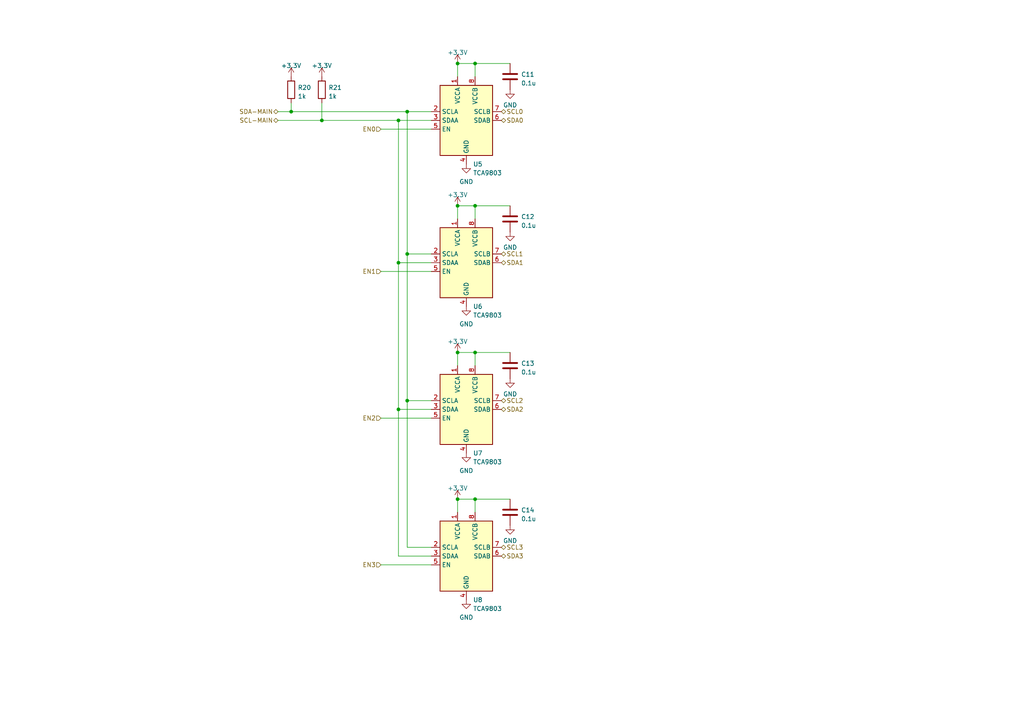
<source format=kicad_sch>
(kicad_sch (version 20230121) (generator eeschema)
  (paper "A4")
  (lib_symbols
    (symbol "Device:C" (pin_numbers hide) (pin_names (offset 0.254))
      (property "Reference" "C" (at 0.635 2.54 0))
      (property "Value" "C" (at 0.635 -2.54 0))
      (symbol "C_0_1"
        (polyline (pts (xy -2.032 -0.762) (xy 2.032 -0.762)) (stroke (width 0.508)))
        (polyline (pts (xy -2.032 0.762) (xy 2.032 0.762)) (stroke (width 0.508)))
      )
      (symbol "C_1_1"
        (pin passive line (at 0 3.81 270) (length 2.794) (name "~") (number "1"))
        (pin passive line (at 0 -3.81 90) (length 2.794) (name "~") (number "2"))
      )
    )
    (symbol "Device:R" (pin_numbers hide) (pin_names (offset 0))
      (property "Reference" "R" (at 2.032 0 90))
      (property "Value" "R" (at 0 0 90))
      (symbol "R_0_1"
        (rectangle (start -1.016 -2.54) (end 1.016 2.54) (stroke (width 0.254)))
      )
      (symbol "R_1_1"
        (pin passive line (at 0 3.81 270) (length 1.27) (name "~") (number "1"))
        (pin passive line (at 0 -3.81 90) (length 1.27) (name "~") (number "2"))
      )
    )
    (symbol "Interface:TCA9803"
      (property "Reference" "U" (at -7.62 11.43 0))
      (property "Value" "TCA9803" (at 5.08 11.43 0))
      (symbol "TCA9803_0_1"
        (rectangle (start -7.62 10.16) (end 7.62 -10.16) (stroke (width 0.254)) (fill (type background)))
      )
      (symbol "TCA9803_1_1"
        (pin power_in line (at -2.54 12.7 270) (length 2.54) (name "VCCA") (number "1"))
        (pin bidirectional line (at -10.16 2.54 0) (length 2.54) (name "SCLA") (number "2"))
        (pin bidirectional line (at -10.16 0 0) (length 2.54) (name "SDAA") (number "3"))
        (pin power_in line (at 0 -12.7 90) (length 2.54) (name "GND") (number "4"))
        (pin input line (at -10.16 -2.54 0) (length 2.54) (name "EN") (number "5"))
        (pin bidirectional line (at 10.16 0 180) (length 2.54) (name "SDAB") (number "6"))
        (pin bidirectional line (at 10.16 2.54 180) (length 2.54) (name "SCLB") (number "7"))
        (pin power_in line (at 2.54 12.7 270) (length 2.54) (name "VCCB") (number "8"))
      )
    )
    (symbol "power:+3.3V" (power) (pin_names (offset 0))
      (property "Value" "+3.3V" (at 0 3.556 0))
      (symbol "+3.3V_0_1"
        (polyline (pts (xy -0.762 1.27) (xy 0 2.54)))
        (polyline (pts (xy 0 0) (xy 0 2.54)))
        (polyline (pts (xy 0 2.54) (xy 0.762 1.27)))
      )
      (symbol "+3.3V_1_1"
        (pin power_in line (at 0 0 90) (length 0) hide (name "+3.3V") (number "1"))
      )
    )
    (symbol "power:GND" (power) (pin_names (offset 0))
      (property "Value" "GND" (at 0 -3.81 0))
      (symbol "GND_0_1"
        (polyline (pts (xy 0 0) (xy 0 -1.27) (xy 1.27 -1.27) (xy 0 -2.54) (xy -1.27 -1.27) (xy 0 -1.27)))
      )
      (symbol "GND_1_1"
        (pin power_in line (at 0 0 270) (length 0) hide (name "GND") (number "1"))
      )
    )
  )
  (junction (at 115.57 34.925))
  (junction (at 84.455 32.385))
  (junction (at 132.715 59.69))
  (junction (at 115.57 118.745))
  (junction (at 137.795 18.415))
  (junction (at 118.11 73.66))
  (junction (at 132.715 102.235))
  (junction (at 118.11 32.385))
  (junction (at 132.715 18.415))
  (junction (at 137.795 144.78))
  (junction (at 137.795 102.235))
  (junction (at 118.11 116.205))
  (junction (at 93.345 34.925))
  (junction (at 115.57 76.2))
  (junction (at 132.715 144.78))
  (junction (at 137.795 59.69))
  (wire (pts (xy 132.715 144.78) (xy 137.795 144.78)))
  (wire (pts (xy 118.11 116.205) (xy 118.11 158.75)))
  (wire (pts (xy 93.345 29.845) (xy 93.345 34.925)))
  (wire (pts (xy 137.795 18.415) (xy 147.955 18.415)))
  (wire (pts (xy 118.11 116.205) (xy 125.095 116.205)))
  (wire (pts (xy 132.715 102.235) (xy 137.795 102.235)))
  (wire (pts (xy 118.11 158.75) (xy 125.095 158.75)))
  (wire (pts (xy 137.795 59.69) (xy 137.795 63.5)))
  (wire (pts (xy 93.345 34.925) (xy 115.57 34.925)))
  (wire (pts (xy 118.11 32.385) (xy 118.11 73.66)))
  (wire (pts (xy 115.57 118.745) (xy 125.095 118.745)))
  (wire (pts (xy 132.715 18.415) (xy 137.795 18.415)))
  (wire (pts (xy 132.715 59.69) (xy 137.795 59.69)))
  (wire (pts (xy 118.11 32.385) (xy 125.095 32.385)))
  (wire (pts (xy 110.49 163.83) (xy 125.095 163.83)))
  (wire (pts (xy 110.49 37.465) (xy 125.095 37.465)))
  (wire (pts (xy 84.455 32.385) (xy 118.11 32.385)))
  (wire (pts (xy 110.49 78.74) (xy 125.095 78.74)))
  (wire (pts (xy 84.455 29.845) (xy 84.455 32.385)))
  (wire (pts (xy 80.645 32.385) (xy 84.455 32.385)))
  (wire (pts (xy 137.795 18.415) (xy 137.795 22.225)))
  (wire (pts (xy 115.57 76.2) (xy 125.095 76.2)))
  (wire (pts (xy 115.57 34.925) (xy 125.095 34.925)))
  (wire (pts (xy 137.795 59.69) (xy 147.955 59.69)))
  (wire (pts (xy 110.49 121.285) (xy 125.095 121.285)))
  (wire (pts (xy 115.57 118.745) (xy 115.57 161.29)))
  (wire (pts (xy 132.715 18.415) (xy 132.715 22.225)))
  (wire (pts (xy 115.57 76.2) (xy 115.57 118.745)))
  (wire (pts (xy 137.795 102.235) (xy 147.955 102.235)))
  (wire (pts (xy 132.715 144.78) (xy 132.715 148.59)))
  (wire (pts (xy 137.795 102.235) (xy 137.795 106.045)))
  (wire (pts (xy 118.11 73.66) (xy 125.095 73.66)))
  (wire (pts (xy 118.11 73.66) (xy 118.11 116.205)))
  (wire (pts (xy 132.715 102.235) (xy 132.715 106.045)))
  (wire (pts (xy 125.095 161.29) (xy 115.57 161.29)))
  (wire (pts (xy 132.715 59.69) (xy 132.715 63.5)))
  (wire (pts (xy 115.57 34.925) (xy 115.57 76.2)))
  (wire (pts (xy 137.795 144.78) (xy 147.955 144.78)))
  (wire (pts (xy 80.645 34.925) (xy 93.345 34.925)))
  (wire (pts (xy 137.795 144.78) (xy 137.795 148.59)))
  (hierarchical_label "EN2" (shape input) (at 110.49 121.285 180))
  (hierarchical_label "SCL1" (shape bidirectional) (at 145.415 73.66 0))
  (hierarchical_label "SCL3" (shape bidirectional) (at 145.415 158.75 0))
  (hierarchical_label "EN0" (shape input) (at 110.49 37.465 180))
  (hierarchical_label "SCL0" (shape bidirectional) (at 145.415 32.385 0))
  (hierarchical_label "EN3" (shape input) (at 110.49 163.83 180))
  (hierarchical_label "SDA3" (shape bidirectional) (at 145.415 161.29 0))
  (hierarchical_label "SDA2" (shape bidirectional) (at 145.415 118.745 0))
  (hierarchical_label "EN1" (shape input) (at 110.49 78.74 180))
  (hierarchical_label "SDA1" (shape bidirectional) (at 145.415 76.2 0))
  (hierarchical_label "SDA-MAIN" (shape bidirectional) (at 80.645 32.385 180))
  (hierarchical_label "SCL2" (shape bidirectional) (at 145.415 116.205 0))
  (hierarchical_label "SDA0" (shape bidirectional) (at 145.415 34.925 0))
  (hierarchical_label "SCL-MAIN" (shape bidirectional) (at 80.645 34.925 180))
  (symbol (lib_id "power:+3.3V") (at 132.715 102.235 0) (unit 1)
    (property "Reference" "#PWR049" (effects hide))
    (property "Value" "+3.3V" (at 132.715 99.06 0))
  )
  (symbol (lib_id "power:+3.3V") (at 84.455 22.225 0) (unit 1)
    (property "Reference" "#PWR045" (effects hide))
    (property "Value" "+3.3V" (at 84.455 19.05 0))
  )
  (symbol (lib_id "Device:R") (at 84.455 26.035 0) (unit 1)
    (property "Reference" "R20" (at 86.36 25.4 0) (effects (justify left)))
    (property "Value" "1k" (at 86.36 27.94 0) (effects (justify left)))
    (property "Footprint" "Resistor_SMD:R_0603_1608Metric_Pad0.98x0.95mm_HandSolder" (effects hide))
  )
  (symbol (lib_id "Device:C") (at 147.955 106.045 0) (unit 1)
    (property "Reference" "C13" (at 151.13 105.41 0) (effects (justify left)))
    (property "Value" "0.1u" (at 151.13 107.95 0) (effects (justify left)))
    (property "Footprint" "Capacitor_SMD:C_0603_1608Metric_Pad1.08x0.95mm_HandSolder" (effects hide))
  )
  (symbol (lib_id "power:GND") (at 135.255 47.625 0) (unit 1)
    (property "Reference" "#PWR051" (effects hide))
    (property "Value" "GND" (at 135.255 52.705 0))
  )
  (symbol (lib_id "power:GND") (at 135.255 88.9 0) (unit 1)
    (property "Reference" "#PWR052" (effects hide))
    (property "Value" "GND" (at 135.255 93.98 0))
  )
  (symbol (lib_id "power:+3.3V") (at 132.715 144.78 0) (unit 1)
    (property "Reference" "#PWR050" (effects hide))
    (property "Value" "+3.3V" (at 132.715 141.605 0))
  )
  (symbol (lib_id "power:GND") (at 147.955 67.31 0) (unit 1)
    (property "Reference" "#PWR056" (effects hide))
    (property "Value" "GND" (at 147.955 71.755 0))
  )
  (symbol (lib_id "Interface:TCA9803") (at 135.255 34.925 0) (unit 1)
    (property "Reference" "U5" (at 137.2109 47.625 0) (effects (justify left)))
    (property "Value" "TCA9803" (at 137.2109 50.165 0) (effects (justify left)))
    (property "Footprint" "Package_SO:VSSOP-8_3.0x3.0mm_P0.65mm" (effects hide))
    (property "Datasheet" "http://www.ti.com/lit/ds/symlink/tca9803.pdf" (effects hide))
  )
  (symbol (lib_id "Interface:TCA9803") (at 135.255 76.2 0) (unit 1)
    (property "Reference" "U6" (at 137.2109 88.9 0) (effects (justify left)))
    (property "Value" "TCA9803" (at 137.2109 91.44 0) (effects (justify left)))
    (property "Footprint" "Package_SO:VSSOP-8_3.0x3.0mm_P0.65mm" (effects hide))
    (property "Datasheet" "http://www.ti.com/lit/ds/symlink/tca9803.pdf" (effects hide))
  )
  (symbol (lib_id "power:+3.3V") (at 93.345 22.225 0) (unit 1)
    (property "Reference" "#PWR046" (effects hide))
    (property "Value" "+3.3V" (at 93.345 19.05 0))
  )
  (symbol (lib_id "power:GND") (at 135.255 173.99 0) (unit 1)
    (property "Reference" "#PWR054" (effects hide))
    (property "Value" "GND" (at 135.255 179.07 0))
  )
  (symbol (lib_id "Interface:TCA9803") (at 135.255 118.745 0) (unit 1)
    (property "Reference" "U7" (at 137.2109 131.445 0) (effects (justify left)))
    (property "Value" "TCA9803" (at 137.2109 133.985 0) (effects (justify left)))
    (property "Footprint" "Package_SO:VSSOP-8_3.0x3.0mm_P0.65mm" (effects hide))
    (property "Datasheet" "http://www.ti.com/lit/ds/symlink/tca9803.pdf" (effects hide))
  )
  (symbol (lib_id "power:+3.3V") (at 132.715 18.415 0) (unit 1)
    (property "Reference" "#PWR047" (effects hide))
    (property "Value" "+3.3V" (at 132.715 15.24 0))
  )
  (symbol (lib_id "Device:R") (at 93.345 26.035 0) (unit 1)
    (property "Reference" "R21" (at 95.25 25.4 0) (effects (justify left)))
    (property "Value" "1k" (at 95.25 27.94 0) (effects (justify left)))
    (property "Footprint" "Resistor_SMD:R_0603_1608Metric_Pad0.98x0.95mm_HandSolder" (effects hide))
  )
  (symbol (lib_id "Device:C") (at 147.955 63.5 0) (unit 1)
    (property "Reference" "C12" (at 151.13 62.865 0) (effects (justify left)))
    (property "Value" "0.1u" (at 151.13 65.405 0) (effects (justify left)))
    (property "Footprint" "Capacitor_SMD:C_0603_1608Metric_Pad1.08x0.95mm_HandSolder" (effects hide))
  )
  (symbol (lib_id "power:GND") (at 147.955 26.035 0) (unit 1)
    (property "Reference" "#PWR055" (effects hide))
    (property "Value" "GND" (at 147.955 30.48 0))
  )
  (symbol (lib_id "Device:C") (at 147.955 148.59 0) (unit 1)
    (property "Reference" "C14" (at 151.13 147.955 0) (effects (justify left)))
    (property "Value" "0.1u" (at 151.13 150.495 0) (effects (justify left)))
    (property "Footprint" "Capacitor_SMD:C_0603_1608Metric_Pad1.08x0.95mm_HandSolder" (effects hide))
  )
  (symbol (lib_id "power:GND") (at 135.255 131.445 0) (unit 1)
    (property "Reference" "#PWR053" (effects hide))
    (property "Value" "GND" (at 135.255 136.525 0))
  )
  (symbol (lib_id "power:GND") (at 147.955 152.4 0) (unit 1)
    (property "Reference" "#PWR058" (effects hide))
    (property "Value" "GND" (at 147.955 156.845 0))
  )
  (symbol (lib_id "power:GND") (at 147.955 109.855 0) (unit 1)
    (property "Reference" "#PWR057" (effects hide))
    (property "Value" "GND" (at 147.955 114.3 0))
  )
  (symbol (lib_id "power:+3.3V") (at 132.715 59.69 0) (unit 1)
    (property "Reference" "#PWR048" (effects hide))
    (property "Value" "+3.3V" (at 132.715 56.515 0))
  )
  (symbol (lib_id "Device:C") (at 147.955 22.225 0) (unit 1)
    (property "Reference" "C11" (at 151.13 21.59 0) (effects (justify left)))
    (property "Value" "0.1u" (at 151.13 24.13 0) (effects (justify left)))
    (property "Footprint" "Capacitor_SMD:C_0603_1608Metric_Pad1.08x0.95mm_HandSolder" (effects hide))
  )
  (symbol (lib_id "Interface:TCA9803") (at 135.255 161.29 0) (unit 1)
    (property "Reference" "U8" (at 137.2109 173.99 0) (effects (justify left)))
    (property "Value" "TCA9803" (at 137.2109 176.53 0) (effects (justify left)))
    (property "Footprint" "Package_SO:VSSOP-8_3.0x3.0mm_P0.65mm" (effects hide))
    (property "Datasheet" "http://www.ti.com/lit/ds/symlink/tca9803.pdf" (effects hide))
  )
)
</source>
